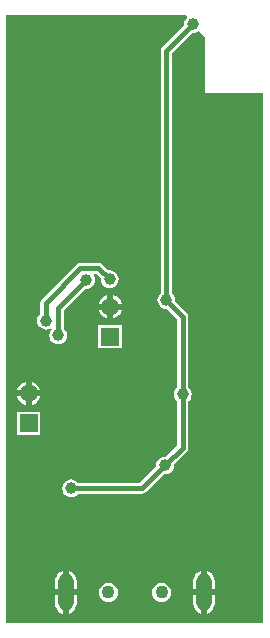
<source format=gbl>
G04 Layer_Physical_Order=2*
G04 Layer_Color=16711680*
%FSLAX43Y43*%
%MOMM*%
G71*
G01*
G75*
%ADD26C,0.400*%
%ADD28C,1.500*%
%ADD29R,1.500X1.500*%
%ADD30O,1.300X3.200*%
%ADD31C,1.000*%
%ADD32C,1.100*%
G36*
X15250Y51600D02*
X15377Y51458D01*
X15365Y51335D01*
X15245Y51178D01*
X15169Y50996D01*
X15144Y50800D01*
X15156Y50705D01*
X13326Y48874D01*
X13226Y48726D01*
X13191Y48550D01*
Y28043D01*
X13115Y27985D01*
X12995Y27828D01*
X12919Y27646D01*
X12894Y27450D01*
X12919Y27254D01*
X12995Y27072D01*
X13115Y26915D01*
X13272Y26795D01*
X13454Y26719D01*
X13650Y26694D01*
X13745Y26706D01*
X14591Y25860D01*
Y20043D01*
X14515Y19985D01*
X14395Y19828D01*
X14319Y19646D01*
X14294Y19450D01*
X14319Y19254D01*
X14395Y19072D01*
X14515Y18915D01*
X14591Y18857D01*
Y15140D01*
X13645Y14194D01*
X13550Y14206D01*
X13354Y14181D01*
X13172Y14105D01*
X13015Y13985D01*
X12895Y13828D01*
X12819Y13646D01*
X12794Y13450D01*
X12806Y13355D01*
X11410Y11959D01*
X6193D01*
X6135Y12035D01*
X5978Y12155D01*
X5796Y12231D01*
X5600Y12256D01*
X5404Y12231D01*
X5222Y12155D01*
X5065Y12035D01*
X4945Y11878D01*
X4869Y11696D01*
X4844Y11500D01*
X4869Y11304D01*
X4945Y11122D01*
X5065Y10965D01*
X5222Y10845D01*
X5404Y10769D01*
X5600Y10744D01*
X5796Y10769D01*
X5978Y10845D01*
X6135Y10965D01*
X6193Y11041D01*
X11600D01*
X11776Y11076D01*
X11924Y11176D01*
X13455Y12706D01*
X13550Y12694D01*
X13746Y12719D01*
X13928Y12795D01*
X14085Y12915D01*
X14205Y13072D01*
X14281Y13254D01*
X14306Y13450D01*
X14294Y13545D01*
X15374Y14626D01*
X15474Y14774D01*
X15509Y14950D01*
Y18857D01*
X15585Y18915D01*
X15705Y19072D01*
X15781Y19254D01*
X15806Y19450D01*
X15781Y19646D01*
X15705Y19828D01*
X15585Y19985D01*
X15509Y20043D01*
Y26050D01*
X15474Y26226D01*
X15374Y26374D01*
X14394Y27355D01*
X14406Y27450D01*
X14381Y27646D01*
X14305Y27828D01*
X14185Y27985D01*
X14109Y28043D01*
Y48360D01*
X15805Y50056D01*
X15900Y50044D01*
X16096Y50069D01*
X16278Y50145D01*
X16435Y50265D01*
X16440Y50265D01*
X16927Y49719D01*
X16927Y44941D01*
X21881Y44941D01*
Y119D01*
X119D01*
Y51600D01*
X15250Y51600D01*
D02*
G37*
%LPC*%
G36*
X7904Y30609D02*
X6387D01*
X6212Y30574D01*
X6063Y30474D01*
X3126Y27537D01*
X3026Y27388D01*
X2991Y27213D01*
Y26274D01*
X2940Y26235D01*
X2820Y26078D01*
X2744Y25896D01*
X2719Y25700D01*
X2744Y25504D01*
X2820Y25322D01*
X2940Y25165D01*
X3097Y25045D01*
X3279Y24969D01*
X3475Y24944D01*
X3671Y24969D01*
X3853Y25045D01*
X3938Y24950D01*
X3845Y24828D01*
X3769Y24646D01*
X3744Y24450D01*
X3769Y24254D01*
X3845Y24072D01*
X3965Y23915D01*
X4122Y23795D01*
X4304Y23719D01*
X4500Y23694D01*
X4696Y23719D01*
X4878Y23795D01*
X5035Y23915D01*
X5155Y24072D01*
X5231Y24254D01*
X5256Y24450D01*
X5231Y24646D01*
X5155Y24828D01*
X5035Y24985D01*
X4959Y25043D01*
Y26606D01*
X6759Y28406D01*
X6854Y28394D01*
X7050Y28419D01*
X7232Y28495D01*
X7389Y28615D01*
X7509Y28772D01*
X7585Y28954D01*
X7611Y29150D01*
X7585Y29346D01*
X7509Y29528D01*
X7482Y29564D01*
X7544Y29691D01*
X7714D01*
X8110Y29295D01*
X8098Y29200D01*
X8123Y29004D01*
X8199Y28822D01*
X8319Y28665D01*
X8476Y28545D01*
X8658Y28469D01*
X8854Y28444D01*
X9050Y28469D01*
X9232Y28545D01*
X9389Y28665D01*
X9509Y28822D01*
X9585Y29004D01*
X9611Y29200D01*
X9585Y29396D01*
X9509Y29578D01*
X9389Y29735D01*
X9232Y29855D01*
X9050Y29931D01*
X8854Y29956D01*
X8759Y29944D01*
X8229Y30474D01*
X8080Y30574D01*
X7904Y30609D01*
D02*
G37*
G36*
X9150Y27870D02*
Y27140D01*
X9880D01*
X9878Y27152D01*
X9777Y27396D01*
X9616Y27606D01*
X9406Y27767D01*
X9162Y27868D01*
X9150Y27870D01*
D02*
G37*
G36*
X8650D02*
X8638Y27868D01*
X8394Y27767D01*
X8184Y27606D01*
X8023Y27396D01*
X7922Y27152D01*
X7920Y27140D01*
X8650D01*
Y27870D01*
D02*
G37*
G36*
Y26640D02*
X7920D01*
X7922Y26628D01*
X8023Y26384D01*
X8184Y26174D01*
X8394Y26013D01*
X8638Y25912D01*
X8650Y25910D01*
Y26640D01*
D02*
G37*
G36*
X9880D02*
X9150D01*
Y25910D01*
X9162Y25912D01*
X9406Y26013D01*
X9616Y26174D01*
X9777Y26384D01*
X9878Y26628D01*
X9880Y26640D01*
D02*
G37*
G36*
X9900Y25350D02*
X7900D01*
Y23350D01*
X9900D01*
Y25350D01*
D02*
G37*
G36*
X2250Y20520D02*
Y19790D01*
X2980D01*
X2978Y19802D01*
X2877Y20046D01*
X2716Y20256D01*
X2506Y20417D01*
X2262Y20518D01*
X2250Y20520D01*
D02*
G37*
G36*
X1750D02*
X1738Y20518D01*
X1494Y20417D01*
X1284Y20256D01*
X1123Y20046D01*
X1022Y19802D01*
X1020Y19790D01*
X1750D01*
Y20520D01*
D02*
G37*
G36*
Y19290D02*
X1020D01*
X1022Y19278D01*
X1123Y19034D01*
X1284Y18824D01*
X1494Y18663D01*
X1738Y18562D01*
X1750Y18560D01*
Y19290D01*
D02*
G37*
G36*
X2980D02*
X2250D01*
Y18560D01*
X2262Y18562D01*
X2506Y18663D01*
X2716Y18824D01*
X2877Y19034D01*
X2978Y19278D01*
X2980Y19290D01*
D02*
G37*
G36*
X3000Y18000D02*
X1000D01*
Y16000D01*
X3000D01*
Y18000D01*
D02*
G37*
G36*
X5400Y4525D02*
Y2950D01*
X6062D01*
Y3650D01*
X6031Y3886D01*
X5940Y4106D01*
X5795Y4295D01*
X5606Y4440D01*
X5400Y4525D01*
D02*
G37*
G36*
X4900D02*
X4694Y4440D01*
X4505Y4295D01*
X4360Y4106D01*
X4269Y3886D01*
X4238Y3650D01*
Y2950D01*
X4900D01*
Y4525D01*
D02*
G37*
G36*
X17100D02*
Y2950D01*
X17762D01*
Y3650D01*
X17731Y3886D01*
X17640Y4106D01*
X17495Y4295D01*
X17306Y4440D01*
X17100Y4525D01*
D02*
G37*
G36*
X16600D02*
X16394Y4440D01*
X16205Y4295D01*
X16060Y4106D01*
X15969Y3886D01*
X15938Y3650D01*
Y2950D01*
X16600D01*
Y4525D01*
D02*
G37*
G36*
X13250Y3507D02*
X13041Y3479D01*
X12847Y3399D01*
X12679Y3271D01*
X12551Y3103D01*
X12471Y2909D01*
X12443Y2700D01*
X12471Y2491D01*
X12551Y2297D01*
X12679Y2129D01*
X12847Y2001D01*
X13041Y1921D01*
X13250Y1893D01*
X13459Y1921D01*
X13653Y2001D01*
X13821Y2129D01*
X13949Y2297D01*
X14029Y2491D01*
X14057Y2700D01*
X14029Y2909D01*
X13949Y3103D01*
X13821Y3271D01*
X13653Y3399D01*
X13459Y3479D01*
X13250Y3507D01*
D02*
G37*
G36*
X8750D02*
X8541Y3479D01*
X8347Y3399D01*
X8179Y3271D01*
X8051Y3103D01*
X7971Y2909D01*
X7943Y2700D01*
X7971Y2491D01*
X8051Y2297D01*
X8179Y2129D01*
X8347Y2001D01*
X8541Y1921D01*
X8750Y1893D01*
X8959Y1921D01*
X9153Y2001D01*
X9321Y2129D01*
X9449Y2297D01*
X9529Y2491D01*
X9557Y2700D01*
X9529Y2909D01*
X9449Y3103D01*
X9321Y3271D01*
X9153Y3399D01*
X8959Y3479D01*
X8750Y3507D01*
D02*
G37*
G36*
X17762Y2450D02*
X17100D01*
Y875D01*
X17306Y960D01*
X17495Y1105D01*
X17640Y1294D01*
X17731Y1514D01*
X17762Y1750D01*
Y2450D01*
D02*
G37*
G36*
X6062Y2450D02*
X5400D01*
Y875D01*
X5606Y960D01*
X5795Y1105D01*
X5940Y1294D01*
X6031Y1514D01*
X6062Y1750D01*
Y2450D01*
D02*
G37*
G36*
X4900D02*
X4238D01*
Y1750D01*
X4269Y1514D01*
X4360Y1294D01*
X4505Y1105D01*
X4694Y960D01*
X4900Y875D01*
Y2450D01*
D02*
G37*
G36*
X16600Y2450D02*
X15938D01*
Y1750D01*
X15969Y1514D01*
X16060Y1294D01*
X16205Y1105D01*
X16394Y960D01*
X16600Y875D01*
Y2450D01*
D02*
G37*
%LPD*%
D26*
X3450Y25700D02*
Y27213D01*
X13650Y48550D02*
X15900Y50800D01*
X13650Y27450D02*
Y48550D01*
X15050Y14950D02*
Y19450D01*
X13550Y13450D02*
X15050Y14950D01*
Y19450D02*
Y26050D01*
X4500Y26796D02*
X6854Y29150D01*
X4500Y24450D02*
Y26796D01*
X13650Y27450D02*
X15050Y26050D01*
X6387Y30150D02*
X7904D01*
X3450Y27213D02*
X6387Y30150D01*
X7904D02*
X8854Y29200D01*
X11600Y11500D02*
X13550Y13450D01*
X5600Y11500D02*
X11600D01*
D28*
X2000Y19540D02*
D03*
X8900Y26890D02*
D03*
D29*
X2000Y17000D02*
D03*
X8900Y24350D02*
D03*
D30*
X16850Y2700D02*
D03*
X5150D02*
D03*
D31*
X21150Y44200D02*
D03*
X15900Y50800D02*
D03*
X4500Y24450D02*
D03*
X3475Y25700D02*
D03*
X1550Y12000D02*
D03*
X2700Y2750D02*
D03*
X15050Y19450D02*
D03*
X16394Y17654D02*
D03*
X8150Y10500D02*
D03*
X13650Y27450D02*
D03*
X13550Y13450D02*
D03*
X6854Y29150D02*
D03*
X1200Y36300D02*
D03*
X20904Y28150D02*
D03*
X19654Y21800D02*
D03*
X1200Y49400D02*
D03*
X18750Y9450D02*
D03*
X16205Y13828D02*
D03*
X19250Y2700D02*
D03*
X12350Y49550D02*
D03*
X8854Y29200D02*
D03*
X5600Y11500D02*
D03*
X7500Y7150D02*
D03*
X1200Y23650D02*
D03*
X17039Y7950D02*
D03*
D32*
X13250Y2700D02*
D03*
X8750D02*
D03*
M02*

</source>
